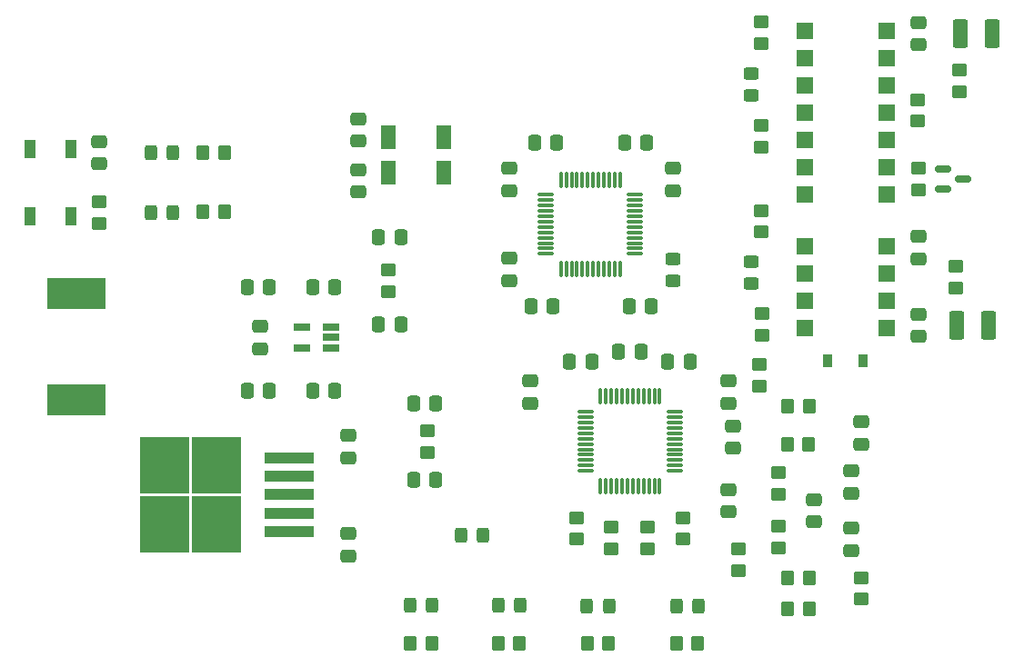
<source format=gbr>
%TF.GenerationSoftware,KiCad,Pcbnew,(6.0.11)*%
%TF.CreationDate,2024-04-30T16:24:35+07:00*%
%TF.ProjectId,Oxygen Monitoring,4f787967-656e-4204-9d6f-6e69746f7269,rev?*%
%TF.SameCoordinates,Original*%
%TF.FileFunction,Paste,Top*%
%TF.FilePolarity,Positive*%
%FSLAX46Y46*%
G04 Gerber Fmt 4.6, Leading zero omitted, Abs format (unit mm)*
G04 Created by KiCad (PCBNEW (6.0.11)) date 2024-04-30 16:24:35*
%MOMM*%
%LPD*%
G01*
G04 APERTURE LIST*
G04 Aperture macros list*
%AMRoundRect*
0 Rectangle with rounded corners*
0 $1 Rounding radius*
0 $2 $3 $4 $5 $6 $7 $8 $9 X,Y pos of 4 corners*
0 Add a 4 corners polygon primitive as box body*
4,1,4,$2,$3,$4,$5,$6,$7,$8,$9,$2,$3,0*
0 Add four circle primitives for the rounded corners*
1,1,$1+$1,$2,$3*
1,1,$1+$1,$4,$5*
1,1,$1+$1,$6,$7*
1,1,$1+$1,$8,$9*
0 Add four rect primitives between the rounded corners*
20,1,$1+$1,$2,$3,$4,$5,0*
20,1,$1+$1,$4,$5,$6,$7,0*
20,1,$1+$1,$6,$7,$8,$9,0*
20,1,$1+$1,$8,$9,$2,$3,0*%
G04 Aperture macros list end*
%ADD10RoundRect,0.250000X0.325000X0.450000X-0.325000X0.450000X-0.325000X-0.450000X0.325000X-0.450000X0*%
%ADD11R,1.000000X1.700000*%
%ADD12RoundRect,0.250000X0.337500X0.475000X-0.337500X0.475000X-0.337500X-0.475000X0.337500X-0.475000X0*%
%ADD13R,0.900000X1.200000*%
%ADD14RoundRect,0.250000X-0.450000X0.350000X-0.450000X-0.350000X0.450000X-0.350000X0.450000X0.350000X0*%
%ADD15RoundRect,0.250000X0.350000X0.450000X-0.350000X0.450000X-0.350000X-0.450000X0.350000X-0.450000X0*%
%ADD16RoundRect,0.250000X-0.475000X0.337500X-0.475000X-0.337500X0.475000X-0.337500X0.475000X0.337500X0*%
%ADD17RoundRect,0.250000X0.475000X-0.337500X0.475000X0.337500X-0.475000X0.337500X-0.475000X-0.337500X0*%
%ADD18RoundRect,0.250001X0.462499X1.074999X-0.462499X1.074999X-0.462499X-1.074999X0.462499X-1.074999X0*%
%ADD19RoundRect,0.250000X0.450000X-0.350000X0.450000X0.350000X-0.450000X0.350000X-0.450000X-0.350000X0*%
%ADD20RoundRect,0.250000X0.450000X-0.325000X0.450000X0.325000X-0.450000X0.325000X-0.450000X-0.325000X0*%
%ADD21RoundRect,0.250000X-0.337500X-0.475000X0.337500X-0.475000X0.337500X0.475000X-0.337500X0.475000X0*%
%ADD22R,1.320000X2.250000*%
%ADD23RoundRect,0.250000X-0.450000X0.325000X-0.450000X-0.325000X0.450000X-0.325000X0.450000X0.325000X0*%
%ADD24RoundRect,0.250000X-0.325000X-0.450000X0.325000X-0.450000X0.325000X0.450000X-0.325000X0.450000X0*%
%ADD25R,1.600000X1.600000*%
%ADD26R,4.550000X5.250000*%
%ADD27R,4.600000X1.100000*%
%ADD28RoundRect,0.250000X-0.350000X-0.450000X0.350000X-0.450000X0.350000X0.450000X-0.350000X0.450000X0*%
%ADD29R,5.400000X2.900000*%
%ADD30R,1.560000X0.650000*%
%ADD31RoundRect,0.075000X0.662500X0.075000X-0.662500X0.075000X-0.662500X-0.075000X0.662500X-0.075000X0*%
%ADD32RoundRect,0.075000X0.075000X0.662500X-0.075000X0.662500X-0.075000X-0.662500X0.075000X-0.662500X0*%
%ADD33RoundRect,0.150000X-0.587500X-0.150000X0.587500X-0.150000X0.587500X0.150000X-0.587500X0.150000X0*%
%ADD34RoundRect,0.075000X-0.662500X-0.075000X0.662500X-0.075000X0.662500X0.075000X-0.662500X0.075000X0*%
%ADD35RoundRect,0.075000X-0.075000X-0.662500X0.075000X-0.662500X0.075000X0.662500X-0.075000X0.662500X0*%
G04 APERTURE END LIST*
D10*
%TO.C,FB2*%
X61686600Y-183001400D03*
X59636600Y-183001400D03*
%TD*%
D11*
%TO.C,SW1*%
X19493200Y-146983800D03*
X19493200Y-153283800D03*
X23293200Y-146983800D03*
X23293200Y-153283800D03*
%TD*%
D12*
%TO.C,C35*%
X57283700Y-170657000D03*
X55208700Y-170657000D03*
%TD*%
D13*
%TO.C,D6*%
X93784200Y-166667600D03*
X97084200Y-166667600D03*
%TD*%
D14*
%TO.C,R29*%
X56551000Y-173238400D03*
X56551000Y-175238400D03*
%TD*%
D10*
%TO.C,D9*%
X65141000Y-189503800D03*
X63091000Y-189503800D03*
%TD*%
D15*
%TO.C,R26*%
X65100000Y-193009000D03*
X63100000Y-193009000D03*
%TD*%
D16*
%TO.C,C29*%
X95967600Y-176964000D03*
X95967600Y-179039000D03*
%TD*%
D14*
%TO.C,R17*%
X85502800Y-184236600D03*
X85502800Y-186236600D03*
%TD*%
D17*
%TO.C,C24*%
X102216000Y-164430100D03*
X102216000Y-162355100D03*
%TD*%
D18*
%TO.C,F2*%
X109088300Y-136214600D03*
X106113300Y-136214600D03*
%TD*%
D17*
%TO.C,C25*%
X102216000Y-137252100D03*
X102216000Y-135177100D03*
%TD*%
D19*
%TO.C,R19*%
X89195200Y-179141800D03*
X89195200Y-177141800D03*
%TD*%
D14*
%TO.C,R14*%
X105721200Y-157922200D03*
X105721200Y-159922200D03*
%TD*%
D18*
%TO.C,F1*%
X108732700Y-163392600D03*
X105757700Y-163392600D03*
%TD*%
D10*
%TO.C,D8*%
X56962200Y-189503800D03*
X54912200Y-189503800D03*
%TD*%
D19*
%TO.C,R20*%
X87433200Y-169066200D03*
X87433200Y-167066200D03*
%TD*%
D14*
%TO.C,R30*%
X70440600Y-181341000D03*
X70440600Y-183341000D03*
%TD*%
%TO.C,R15*%
X106076800Y-139634200D03*
X106076800Y-141634200D03*
%TD*%
D20*
%TO.C,D5*%
X86645800Y-159540800D03*
X86645800Y-157490800D03*
%TD*%
D21*
%TO.C,C40*%
X78906600Y-166825500D03*
X80981600Y-166825500D03*
%TD*%
D17*
%TO.C,C11*%
X50044400Y-150968100D03*
X50044400Y-148893100D03*
%TD*%
D16*
%TO.C,C32*%
X92462400Y-179627100D03*
X92462400Y-181702100D03*
%TD*%
D17*
%TO.C,C38*%
X84944000Y-174844100D03*
X84944000Y-172769100D03*
%TD*%
D15*
%TO.C,R2*%
X37633200Y-152826200D03*
X35633200Y-152826200D03*
%TD*%
D12*
%TO.C,C6*%
X47881500Y-159836600D03*
X45806500Y-159836600D03*
%TD*%
%TO.C,C36*%
X57283700Y-177769000D03*
X55208700Y-177769000D03*
%TD*%
D15*
%TO.C,R27*%
X81676800Y-193059800D03*
X79676800Y-193059800D03*
%TD*%
D16*
%TO.C,C17*%
X79352100Y-148791500D03*
X79352100Y-150866500D03*
%TD*%
D14*
%TO.C,R12*%
X87636400Y-162341800D03*
X87636400Y-164341800D03*
%TD*%
D19*
%TO.C,R13*%
X102190600Y-144377400D03*
X102190600Y-142377400D03*
%TD*%
D12*
%TO.C,C22*%
X76960600Y-146400000D03*
X74885600Y-146400000D03*
%TD*%
D14*
%TO.C,R23*%
X96932800Y-186913000D03*
X96932800Y-188913000D03*
%TD*%
D17*
%TO.C,C20*%
X64112100Y-159248500D03*
X64112100Y-157173500D03*
%TD*%
D12*
%TO.C,C8*%
X41785500Y-159836600D03*
X39710500Y-159836600D03*
%TD*%
D14*
%TO.C,R32*%
X77044600Y-182230000D03*
X77044600Y-184230000D03*
%TD*%
D16*
%TO.C,C14*%
X25965200Y-146280800D03*
X25965200Y-148355800D03*
%TD*%
D10*
%TO.C,D3*%
X32832200Y-152877000D03*
X30782200Y-152877000D03*
%TD*%
%TO.C,D11*%
X81727200Y-189529200D03*
X79677200Y-189529200D03*
%TD*%
D22*
%TO.C,Y1*%
X58080000Y-145918000D03*
X52880000Y-145918000D03*
X52880000Y-149168000D03*
X58080000Y-149168000D03*
%TD*%
D23*
%TO.C,FB1*%
X79352100Y-157186000D03*
X79352100Y-159236000D03*
%TD*%
D16*
%TO.C,C39*%
X84537600Y-168603500D03*
X84537600Y-170678500D03*
%TD*%
D21*
%TO.C,C42*%
X69762600Y-166825500D03*
X71837600Y-166825500D03*
%TD*%
D15*
%TO.C,R21*%
X92040000Y-189837000D03*
X90040000Y-189837000D03*
%TD*%
D24*
%TO.C,D10*%
X71371400Y-189529200D03*
X73421400Y-189529200D03*
%TD*%
D20*
%TO.C,D4*%
X86645800Y-142014800D03*
X86645800Y-139964800D03*
%TD*%
D14*
%TO.C,R16*%
X102216000Y-148783200D03*
X102216000Y-150783200D03*
%TD*%
%TO.C,R10*%
X87585600Y-152713600D03*
X87585600Y-154713600D03*
%TD*%
D25*
%TO.C,U4*%
X91624200Y-135933600D03*
X91624200Y-138473600D03*
X91624200Y-141013600D03*
X91624200Y-143553600D03*
X91624200Y-146093600D03*
X91624200Y-148633600D03*
X91624200Y-151173600D03*
X99244200Y-151173600D03*
X99244200Y-148633600D03*
X99244200Y-146093600D03*
X99244200Y-143553600D03*
X99244200Y-141013600D03*
X99244200Y-138473600D03*
X99244200Y-135933600D03*
%TD*%
D16*
%TO.C,C19*%
X64112100Y-148791500D03*
X64112100Y-150866500D03*
%TD*%
D14*
%TO.C,R31*%
X80346600Y-181341000D03*
X80346600Y-183341000D03*
%TD*%
D21*
%TO.C,C21*%
X66126500Y-161640000D03*
X68201500Y-161640000D03*
%TD*%
D26*
%TO.C,U1*%
X36902400Y-181966400D03*
X32052400Y-181966400D03*
X32052400Y-176416400D03*
X36902400Y-176416400D03*
D27*
X43627400Y-182591400D03*
X43627400Y-180891400D03*
X43627400Y-179191400D03*
X43627400Y-177491400D03*
X43627400Y-175791400D03*
%TD*%
D16*
%TO.C,C44*%
X66122600Y-168578100D03*
X66122600Y-170653100D03*
%TD*%
D14*
%TO.C,R33*%
X73615600Y-182230000D03*
X73615600Y-184230000D03*
%TD*%
D10*
%TO.C,D2*%
X32832200Y-147289000D03*
X30782200Y-147289000D03*
%TD*%
D16*
%TO.C,C4*%
X49130000Y-173683500D03*
X49130000Y-175758500D03*
%TD*%
D12*
%TO.C,C13*%
X54028300Y-163341800D03*
X51953300Y-163341800D03*
%TD*%
%TO.C,C5*%
X47881500Y-169488600D03*
X45806500Y-169488600D03*
%TD*%
%TO.C,C12*%
X54028300Y-155213800D03*
X51953300Y-155213800D03*
%TD*%
D28*
%TO.C,R24*%
X90040000Y-170898900D03*
X92040000Y-170898900D03*
%TD*%
D16*
%TO.C,C7*%
X40951200Y-163523500D03*
X40951200Y-165598500D03*
%TD*%
D28*
%TO.C,R22*%
X90040000Y-186901000D03*
X92040000Y-186901000D03*
%TD*%
D19*
%TO.C,R11*%
X87585600Y-137163800D03*
X87585600Y-135163800D03*
%TD*%
D21*
%TO.C,C41*%
X74334600Y-165831000D03*
X76409600Y-165831000D03*
%TD*%
D14*
%TO.C,R18*%
X89211200Y-182141800D03*
X89211200Y-184141800D03*
%TD*%
D12*
%TO.C,C16*%
X77345500Y-161640000D03*
X75270500Y-161640000D03*
%TD*%
D25*
%TO.C,U5*%
X91624200Y-155999600D03*
X91624200Y-158539600D03*
X91624200Y-161079600D03*
X91624200Y-163619600D03*
X99244200Y-163619600D03*
X99244200Y-161079600D03*
X99244200Y-158539600D03*
X99244200Y-155999600D03*
%TD*%
D17*
%TO.C,C30*%
X96932800Y-174467000D03*
X96932800Y-172392000D03*
%TD*%
D14*
%TO.C,R3*%
X52863800Y-158277800D03*
X52863800Y-160277800D03*
%TD*%
D16*
%TO.C,C37*%
X84537600Y-178712700D03*
X84537600Y-180787700D03*
%TD*%
D15*
%TO.C,R35*%
X73396400Y-193059800D03*
X71396400Y-193059800D03*
%TD*%
D28*
%TO.C,R1*%
X35633200Y-147289000D03*
X37633200Y-147289000D03*
%TD*%
D21*
%TO.C,C18*%
X66503600Y-146400000D03*
X68578600Y-146400000D03*
%TD*%
D29*
%TO.C,L1*%
X23840400Y-170368200D03*
X23840400Y-160468200D03*
%TD*%
D17*
%TO.C,C23*%
X102216000Y-157216500D03*
X102216000Y-155141500D03*
%TD*%
D16*
%TO.C,C10*%
X50044400Y-144168700D03*
X50044400Y-146243700D03*
%TD*%
D30*
%TO.C,U2*%
X47559000Y-165485600D03*
X47559000Y-164535600D03*
X47559000Y-163585600D03*
X44859000Y-163585600D03*
X44859000Y-165485600D03*
%TD*%
D17*
%TO.C,C2*%
X49113800Y-184902500D03*
X49113800Y-182827500D03*
%TD*%
D15*
%TO.C,R25*%
X92024000Y-174454900D03*
X90024000Y-174454900D03*
%TD*%
D17*
%TO.C,C31*%
X95967600Y-184365200D03*
X95967600Y-182290200D03*
%TD*%
D31*
%TO.C,U6*%
X79556100Y-176963000D03*
X79556100Y-176463000D03*
X79556100Y-175963000D03*
X79556100Y-175463000D03*
X79556100Y-174963000D03*
X79556100Y-174463000D03*
X79556100Y-173963000D03*
X79556100Y-173463000D03*
X79556100Y-172963000D03*
X79556100Y-172463000D03*
X79556100Y-171963000D03*
X79556100Y-171463000D03*
D32*
X78143600Y-170050500D03*
X77643600Y-170050500D03*
X77143600Y-170050500D03*
X76643600Y-170050500D03*
X76143600Y-170050500D03*
X75643600Y-170050500D03*
X75143600Y-170050500D03*
X74643600Y-170050500D03*
X74143600Y-170050500D03*
X73643600Y-170050500D03*
X73143600Y-170050500D03*
X72643600Y-170050500D03*
D31*
X71231100Y-171463000D03*
X71231100Y-171963000D03*
X71231100Y-172463000D03*
X71231100Y-172963000D03*
X71231100Y-173463000D03*
X71231100Y-173963000D03*
X71231100Y-174463000D03*
X71231100Y-174963000D03*
X71231100Y-175463000D03*
X71231100Y-175963000D03*
X71231100Y-176463000D03*
X71231100Y-176963000D03*
D32*
X72643600Y-178375500D03*
X73143600Y-178375500D03*
X73643600Y-178375500D03*
X74143600Y-178375500D03*
X74643600Y-178375500D03*
X75143600Y-178375500D03*
X75643600Y-178375500D03*
X76143600Y-178375500D03*
X76643600Y-178375500D03*
X77143600Y-178375500D03*
X77643600Y-178375500D03*
X78143600Y-178375500D03*
%TD*%
D19*
%TO.C,R4*%
X25965200Y-153911800D03*
X25965200Y-151911800D03*
%TD*%
D28*
%TO.C,R34*%
X54937200Y-193009000D03*
X56937200Y-193009000D03*
%TD*%
D33*
%TO.C,D7*%
X104529700Y-148828200D03*
X104529700Y-150728200D03*
X106404700Y-149778200D03*
%TD*%
D12*
%TO.C,C9*%
X41785500Y-169488600D03*
X39710500Y-169488600D03*
%TD*%
D34*
%TO.C,U3*%
X67528100Y-151246000D03*
X67528100Y-151746000D03*
X67528100Y-152246000D03*
X67528100Y-152746000D03*
X67528100Y-153246000D03*
X67528100Y-153746000D03*
X67528100Y-154246000D03*
X67528100Y-154746000D03*
X67528100Y-155246000D03*
X67528100Y-155746000D03*
X67528100Y-156246000D03*
X67528100Y-156746000D03*
D35*
X68940600Y-158158500D03*
X69440600Y-158158500D03*
X69940600Y-158158500D03*
X70440600Y-158158500D03*
X70940600Y-158158500D03*
X71440600Y-158158500D03*
X71940600Y-158158500D03*
X72440600Y-158158500D03*
X72940600Y-158158500D03*
X73440600Y-158158500D03*
X73940600Y-158158500D03*
X74440600Y-158158500D03*
D34*
X75853100Y-156746000D03*
X75853100Y-156246000D03*
X75853100Y-155746000D03*
X75853100Y-155246000D03*
X75853100Y-154746000D03*
X75853100Y-154246000D03*
X75853100Y-153746000D03*
X75853100Y-153246000D03*
X75853100Y-152746000D03*
X75853100Y-152246000D03*
X75853100Y-151746000D03*
X75853100Y-151246000D03*
D35*
X74440600Y-149833500D03*
X73940600Y-149833500D03*
X73440600Y-149833500D03*
X72940600Y-149833500D03*
X72440600Y-149833500D03*
X71940600Y-149833500D03*
X71440600Y-149833500D03*
X70940600Y-149833500D03*
X70440600Y-149833500D03*
X69940600Y-149833500D03*
X69440600Y-149833500D03*
X68940600Y-149833500D03*
%TD*%
D14*
%TO.C,R9*%
X87585600Y-144815800D03*
X87585600Y-146815800D03*
%TD*%
M02*

</source>
